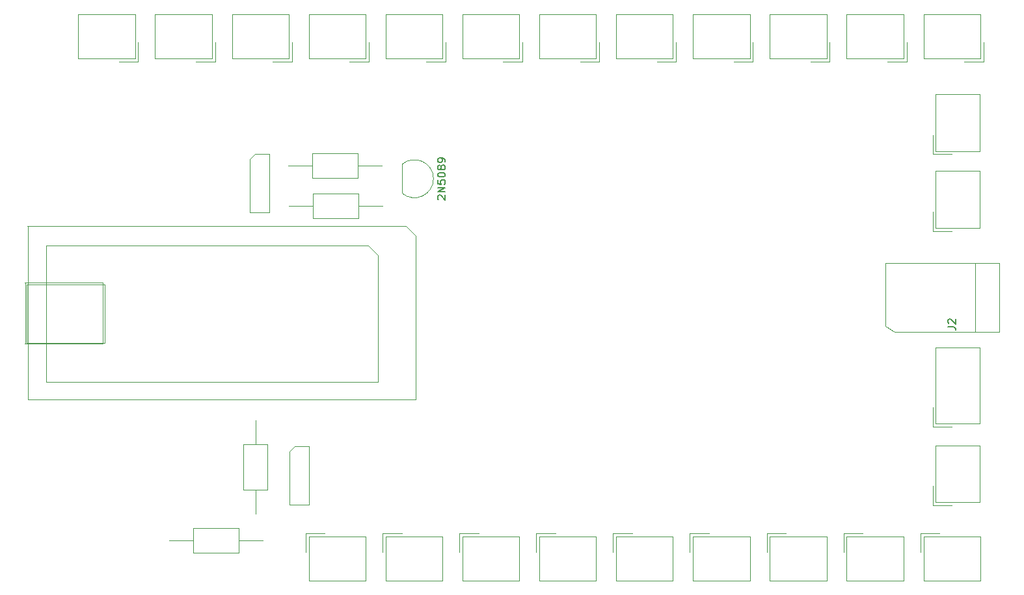
<source format=gbr>
G04 #@! TF.GenerationSoftware,KiCad,Pcbnew,(5.0.0)*
G04 #@! TF.CreationDate,2020-02-26T19:19:20+00:00*
G04 #@! TF.ProjectId,LED Zappelin,4C4544205A617070656C696E2E6B6963,rev?*
G04 #@! TF.SameCoordinates,Original*
G04 #@! TF.FileFunction,Other,Fab,Top*
%FSLAX46Y46*%
G04 Gerber Fmt 4.6, Leading zero omitted, Abs format (unit mm)*
G04 Created by KiCad (PCBNEW (5.0.0)) date 02/26/20 19:19:20*
%MOMM*%
%LPD*%
G01*
G04 APERTURE LIST*
%ADD10C,0.100000*%
%ADD11C,0.150000*%
G04 APERTURE END LIST*
D10*
G04 #@! TO.C,*
X95215000Y-101930000D02*
X97120000Y-101930000D01*
X97120000Y-101930000D02*
X97120000Y-109550000D01*
X97120000Y-109550000D02*
X94580000Y-109550000D01*
X94580000Y-109550000D02*
X94580000Y-102565000D01*
X94580000Y-102565000D02*
X95215000Y-101930000D01*
X94370000Y-65300000D02*
X97490000Y-65300000D01*
X106550000Y-65300000D02*
X103430000Y-65300000D01*
X97490000Y-66900000D02*
X103430000Y-66900000D01*
X97490000Y-63700000D02*
X97490000Y-66900000D01*
X103430000Y-63700000D02*
X97490000Y-63700000D01*
X103430000Y-66900000D02*
X103430000Y-63700000D01*
X94470000Y-70600000D02*
X97590000Y-70600000D01*
X106650000Y-70600000D02*
X103530000Y-70600000D01*
X97590000Y-72200000D02*
X103530000Y-72200000D01*
X97590000Y-69000000D02*
X97590000Y-72200000D01*
X103530000Y-69000000D02*
X97590000Y-69000000D01*
X103530000Y-72200000D02*
X103530000Y-69000000D01*
G04 #@! TO.C,2N5089*
X109197615Y-65147182D02*
G75*
G02X113280000Y-67040000I1602385J-1892818D01*
G01*
X109207453Y-68941103D02*
G75*
G03X113280000Y-67040000I1592547J1901103D01*
G01*
X109200000Y-65150000D02*
X109200000Y-68900000D01*
G04 #@! TO.C,*
X74850000Y-51750000D02*
X74850000Y-49250000D01*
X72350000Y-51750000D02*
X74850000Y-51750000D01*
X67050000Y-51350000D02*
X74450000Y-51350000D01*
X67050000Y-45600000D02*
X67050000Y-51350000D01*
X74450000Y-45600000D02*
X67050000Y-45600000D01*
X74450000Y-51350000D02*
X74450000Y-45600000D01*
X84850000Y-51750000D02*
X84850000Y-49250000D01*
X82350000Y-51750000D02*
X84850000Y-51750000D01*
X77050000Y-51350000D02*
X84450000Y-51350000D01*
X77050000Y-45600000D02*
X77050000Y-51350000D01*
X84450000Y-45600000D02*
X77050000Y-45600000D01*
X84450000Y-51350000D02*
X84450000Y-45600000D01*
X94850000Y-51750000D02*
X94850000Y-49250000D01*
X92350000Y-51750000D02*
X94850000Y-51750000D01*
X87050000Y-51350000D02*
X94450000Y-51350000D01*
X87050000Y-45600000D02*
X87050000Y-51350000D01*
X94450000Y-45600000D02*
X87050000Y-45600000D01*
X94450000Y-51350000D02*
X94450000Y-45600000D01*
X104850000Y-51750000D02*
X104850000Y-49250000D01*
X102350000Y-51750000D02*
X104850000Y-51750000D01*
X97050000Y-51350000D02*
X104450000Y-51350000D01*
X97050000Y-45600000D02*
X97050000Y-51350000D01*
X104450000Y-45600000D02*
X97050000Y-45600000D01*
X104450000Y-51350000D02*
X104450000Y-45600000D01*
X114850000Y-51750000D02*
X114850000Y-49250000D01*
X112350000Y-51750000D02*
X114850000Y-51750000D01*
X107050000Y-51350000D02*
X114450000Y-51350000D01*
X107050000Y-45600000D02*
X107050000Y-51350000D01*
X114450000Y-45600000D02*
X107050000Y-45600000D01*
X114450000Y-51350000D02*
X114450000Y-45600000D01*
X124850000Y-51750000D02*
X124850000Y-49250000D01*
X122350000Y-51750000D02*
X124850000Y-51750000D01*
X117050000Y-51350000D02*
X124450000Y-51350000D01*
X117050000Y-45600000D02*
X117050000Y-51350000D01*
X124450000Y-45600000D02*
X117050000Y-45600000D01*
X124450000Y-51350000D02*
X124450000Y-45600000D01*
X134850000Y-51750000D02*
X134850000Y-49250000D01*
X132350000Y-51750000D02*
X134850000Y-51750000D01*
X127050000Y-51350000D02*
X134450000Y-51350000D01*
X127050000Y-45600000D02*
X127050000Y-51350000D01*
X134450000Y-45600000D02*
X127050000Y-45600000D01*
X134450000Y-51350000D02*
X134450000Y-45600000D01*
X144850000Y-51750000D02*
X144850000Y-49250000D01*
X142350000Y-51750000D02*
X144850000Y-51750000D01*
X137050000Y-51350000D02*
X144450000Y-51350000D01*
X137050000Y-45600000D02*
X137050000Y-51350000D01*
X144450000Y-45600000D02*
X137050000Y-45600000D01*
X144450000Y-51350000D02*
X144450000Y-45600000D01*
X154850000Y-51750000D02*
X154850000Y-49250000D01*
X152350000Y-51750000D02*
X154850000Y-51750000D01*
X147050000Y-51350000D02*
X154450000Y-51350000D01*
X147050000Y-45600000D02*
X147050000Y-51350000D01*
X154450000Y-45600000D02*
X147050000Y-45600000D01*
X154450000Y-51350000D02*
X154450000Y-45600000D01*
X164850000Y-51750000D02*
X164850000Y-49250000D01*
X162350000Y-51750000D02*
X164850000Y-51750000D01*
X157050000Y-51350000D02*
X164450000Y-51350000D01*
X157050000Y-45600000D02*
X157050000Y-51350000D01*
X164450000Y-45600000D02*
X157050000Y-45600000D01*
X164450000Y-51350000D02*
X164450000Y-45600000D01*
X174850000Y-51750000D02*
X174850000Y-49250000D01*
X172350000Y-51750000D02*
X174850000Y-51750000D01*
X167050000Y-51350000D02*
X174450000Y-51350000D01*
X167050000Y-45600000D02*
X167050000Y-51350000D01*
X174450000Y-45600000D02*
X167050000Y-45600000D01*
X174450000Y-51350000D02*
X174450000Y-45600000D01*
X184850000Y-51750000D02*
X184850000Y-49250000D01*
X182350000Y-51750000D02*
X184850000Y-51750000D01*
X177050000Y-51350000D02*
X184450000Y-51350000D01*
X177050000Y-45600000D02*
X177050000Y-51350000D01*
X184450000Y-45600000D02*
X177050000Y-45600000D01*
X184450000Y-51350000D02*
X184450000Y-45600000D01*
X178650000Y-63450000D02*
X184400000Y-63450000D01*
X184400000Y-63450000D02*
X184400000Y-56050000D01*
X184400000Y-56050000D02*
X178650000Y-56050000D01*
X178650000Y-56050000D02*
X178650000Y-63450000D01*
X178250000Y-61350000D02*
X178250000Y-63850000D01*
X178250000Y-63850000D02*
X180750000Y-63850000D01*
X178650000Y-73450000D02*
X184400000Y-73450000D01*
X184400000Y-73450000D02*
X184400000Y-66050000D01*
X184400000Y-66050000D02*
X178650000Y-66050000D01*
X178650000Y-66050000D02*
X178650000Y-73450000D01*
X178250000Y-71350000D02*
X178250000Y-73850000D01*
X178250000Y-73850000D02*
X180750000Y-73850000D01*
X178650000Y-109200000D02*
X184400000Y-109200000D01*
X184400000Y-109200000D02*
X184400000Y-101800000D01*
X184400000Y-101800000D02*
X178650000Y-101800000D01*
X178650000Y-101800000D02*
X178650000Y-109200000D01*
X178250000Y-107100000D02*
X178250000Y-109600000D01*
X178250000Y-109600000D02*
X180750000Y-109600000D01*
X176650000Y-113250000D02*
X176650000Y-115750000D01*
X179150000Y-113250000D02*
X176650000Y-113250000D01*
X184450000Y-113650000D02*
X177050000Y-113650000D01*
X184450000Y-119400000D02*
X184450000Y-113650000D01*
X177050000Y-119400000D02*
X184450000Y-119400000D01*
X177050000Y-113650000D02*
X177050000Y-119400000D01*
X166650000Y-113250000D02*
X166650000Y-115750000D01*
X169150000Y-113250000D02*
X166650000Y-113250000D01*
X174450000Y-113650000D02*
X167050000Y-113650000D01*
X174450000Y-119400000D02*
X174450000Y-113650000D01*
X167050000Y-119400000D02*
X174450000Y-119400000D01*
X167050000Y-113650000D02*
X167050000Y-119400000D01*
X156650000Y-113250000D02*
X156650000Y-115750000D01*
X159150000Y-113250000D02*
X156650000Y-113250000D01*
X164450000Y-113650000D02*
X157050000Y-113650000D01*
X164450000Y-119400000D02*
X164450000Y-113650000D01*
X157050000Y-119400000D02*
X164450000Y-119400000D01*
X157050000Y-113650000D02*
X157050000Y-119400000D01*
X146650000Y-113250000D02*
X146650000Y-115750000D01*
X149150000Y-113250000D02*
X146650000Y-113250000D01*
X154450000Y-113650000D02*
X147050000Y-113650000D01*
X154450000Y-119400000D02*
X154450000Y-113650000D01*
X147050000Y-119400000D02*
X154450000Y-119400000D01*
X147050000Y-113650000D02*
X147050000Y-119400000D01*
X136650000Y-113250000D02*
X136650000Y-115750000D01*
X139150000Y-113250000D02*
X136650000Y-113250000D01*
X144450000Y-113650000D02*
X137050000Y-113650000D01*
X144450000Y-119400000D02*
X144450000Y-113650000D01*
X137050000Y-119400000D02*
X144450000Y-119400000D01*
X137050000Y-113650000D02*
X137050000Y-119400000D01*
X126650000Y-113250000D02*
X126650000Y-115750000D01*
X129150000Y-113250000D02*
X126650000Y-113250000D01*
X134450000Y-113650000D02*
X127050000Y-113650000D01*
X134450000Y-119400000D02*
X134450000Y-113650000D01*
X127050000Y-119400000D02*
X134450000Y-119400000D01*
X127050000Y-113650000D02*
X127050000Y-119400000D01*
X116650000Y-113250000D02*
X116650000Y-115750000D01*
X119150000Y-113250000D02*
X116650000Y-113250000D01*
X124450000Y-113650000D02*
X117050000Y-113650000D01*
X124450000Y-119400000D02*
X124450000Y-113650000D01*
X117050000Y-119400000D02*
X124450000Y-119400000D01*
X117050000Y-113650000D02*
X117050000Y-119400000D01*
X106650000Y-113250000D02*
X106650000Y-115750000D01*
X109150000Y-113250000D02*
X106650000Y-113250000D01*
X114450000Y-113650000D02*
X107050000Y-113650000D01*
X114450000Y-119400000D02*
X114450000Y-113650000D01*
X107050000Y-119400000D02*
X114450000Y-119400000D01*
X107050000Y-113650000D02*
X107050000Y-119400000D01*
X97050000Y-113650000D02*
X97050000Y-119400000D01*
X97050000Y-119400000D02*
X104450000Y-119400000D01*
X104450000Y-119400000D02*
X104450000Y-113650000D01*
X104450000Y-113650000D02*
X97050000Y-113650000D01*
X99150000Y-113250000D02*
X96650000Y-113250000D01*
X96650000Y-113250000D02*
X96650000Y-115750000D01*
X91030000Y-114200000D02*
X87910000Y-114200000D01*
X78850000Y-114200000D02*
X81970000Y-114200000D01*
X87910000Y-112600000D02*
X81970000Y-112600000D01*
X87910000Y-115800000D02*
X87910000Y-112600000D01*
X81970000Y-115800000D02*
X87910000Y-115800000D01*
X81970000Y-112600000D02*
X81970000Y-115800000D01*
X70250000Y-80560000D02*
X70250000Y-88560000D01*
X70250000Y-88555000D02*
X60090000Y-88555000D01*
X60140000Y-88560000D02*
X60140000Y-80540000D01*
X60090000Y-80555000D02*
X70250000Y-80555000D01*
X60500000Y-95820000D02*
X60500000Y-73220000D01*
X60390000Y-73230000D02*
X109700000Y-73230000D01*
X109700000Y-73230000D02*
X110970000Y-74500000D01*
X110970000Y-74500000D02*
X110970000Y-95820000D01*
X110970000Y-95830000D02*
X60500000Y-95840000D01*
G04 #@! TO.C,J2*
X173258213Y-87005425D02*
X172075000Y-86250000D01*
X183775000Y-87000000D02*
X183775000Y-78000000D01*
X186955000Y-87000000D02*
X186955000Y-78000000D01*
X186955000Y-78000000D02*
X172075000Y-78000000D01*
X172075000Y-78000000D02*
X172075000Y-86250000D01*
X173255000Y-87000000D02*
X186955000Y-87000000D01*
G04 #@! TO.C,*
X106060000Y-93510000D02*
X62880000Y-93510000D01*
X106060000Y-77000000D02*
X106060000Y-93510000D01*
X104790000Y-75730000D02*
X106060000Y-77000000D01*
X62880000Y-75730000D02*
X104790000Y-75730000D01*
X62880000Y-93510000D02*
X62880000Y-75730000D01*
X60340000Y-80810000D02*
X70500000Y-80810000D01*
X60340000Y-88430000D02*
X60340000Y-80810000D01*
X70500000Y-88430000D02*
X60340000Y-88430000D01*
X70500000Y-80810000D02*
X70500000Y-88430000D01*
X88500000Y-107580000D02*
X91700000Y-107580000D01*
X91700000Y-107580000D02*
X91700000Y-101640000D01*
X91700000Y-101640000D02*
X88500000Y-101640000D01*
X88500000Y-101640000D02*
X88500000Y-107580000D01*
X90100000Y-110700000D02*
X90100000Y-107580000D01*
X90100000Y-98520000D02*
X90100000Y-101640000D01*
X178650000Y-98950000D02*
X184400000Y-98950000D01*
X184400000Y-98950000D02*
X184400000Y-89050000D01*
X184400000Y-89050000D02*
X178650000Y-89050000D01*
X178650000Y-89050000D02*
X178650000Y-98950000D01*
X178250000Y-96850000D02*
X178250000Y-99350000D01*
X178250000Y-99350000D02*
X180750000Y-99350000D01*
X89380000Y-64465000D02*
X90015000Y-63830000D01*
X89380000Y-71450000D02*
X89380000Y-64465000D01*
X91920000Y-71450000D02*
X89380000Y-71450000D01*
X91920000Y-63830000D02*
X91920000Y-71450000D01*
X90015000Y-63830000D02*
X91920000Y-63830000D01*
G04 #@! TD*
G04 #@! TO.C,*
D11*
G04 #@! TO.C,2N5089*
X113907619Y-69754285D02*
X113860000Y-69706666D01*
X113812380Y-69611428D01*
X113812380Y-69373333D01*
X113860000Y-69278095D01*
X113907619Y-69230476D01*
X114002857Y-69182857D01*
X114098095Y-69182857D01*
X114240952Y-69230476D01*
X114812380Y-69801904D01*
X114812380Y-69182857D01*
X114812380Y-68754285D02*
X113812380Y-68754285D01*
X114812380Y-68182857D01*
X113812380Y-68182857D01*
X113812380Y-67230476D02*
X113812380Y-67706666D01*
X114288571Y-67754285D01*
X114240952Y-67706666D01*
X114193333Y-67611428D01*
X114193333Y-67373333D01*
X114240952Y-67278095D01*
X114288571Y-67230476D01*
X114383809Y-67182857D01*
X114621904Y-67182857D01*
X114717142Y-67230476D01*
X114764761Y-67278095D01*
X114812380Y-67373333D01*
X114812380Y-67611428D01*
X114764761Y-67706666D01*
X114717142Y-67754285D01*
X113812380Y-66563809D02*
X113812380Y-66468571D01*
X113860000Y-66373333D01*
X113907619Y-66325714D01*
X114002857Y-66278095D01*
X114193333Y-66230476D01*
X114431428Y-66230476D01*
X114621904Y-66278095D01*
X114717142Y-66325714D01*
X114764761Y-66373333D01*
X114812380Y-66468571D01*
X114812380Y-66563809D01*
X114764761Y-66659047D01*
X114717142Y-66706666D01*
X114621904Y-66754285D01*
X114431428Y-66801904D01*
X114193333Y-66801904D01*
X114002857Y-66754285D01*
X113907619Y-66706666D01*
X113860000Y-66659047D01*
X113812380Y-66563809D01*
X114240952Y-65659047D02*
X114193333Y-65754285D01*
X114145714Y-65801904D01*
X114050476Y-65849523D01*
X114002857Y-65849523D01*
X113907619Y-65801904D01*
X113860000Y-65754285D01*
X113812380Y-65659047D01*
X113812380Y-65468571D01*
X113860000Y-65373333D01*
X113907619Y-65325714D01*
X114002857Y-65278095D01*
X114050476Y-65278095D01*
X114145714Y-65325714D01*
X114193333Y-65373333D01*
X114240952Y-65468571D01*
X114240952Y-65659047D01*
X114288571Y-65754285D01*
X114336190Y-65801904D01*
X114431428Y-65849523D01*
X114621904Y-65849523D01*
X114717142Y-65801904D01*
X114764761Y-65754285D01*
X114812380Y-65659047D01*
X114812380Y-65468571D01*
X114764761Y-65373333D01*
X114717142Y-65325714D01*
X114621904Y-65278095D01*
X114431428Y-65278095D01*
X114336190Y-65325714D01*
X114288571Y-65373333D01*
X114240952Y-65468571D01*
X114812380Y-64801904D02*
X114812380Y-64611428D01*
X114764761Y-64516190D01*
X114717142Y-64468571D01*
X114574285Y-64373333D01*
X114383809Y-64325714D01*
X114002857Y-64325714D01*
X113907619Y-64373333D01*
X113860000Y-64420952D01*
X113812380Y-64516190D01*
X113812380Y-64706666D01*
X113860000Y-64801904D01*
X113907619Y-64849523D01*
X114002857Y-64897142D01*
X114240952Y-64897142D01*
X114336190Y-64849523D01*
X114383809Y-64801904D01*
X114431428Y-64706666D01*
X114431428Y-64516190D01*
X114383809Y-64420952D01*
X114336190Y-64373333D01*
X114240952Y-64325714D01*
G04 #@! TO.C,*
G04 #@! TO.C,J2*
X180227380Y-86333333D02*
X180941666Y-86333333D01*
X181084523Y-86380952D01*
X181179761Y-86476190D01*
X181227380Y-86619047D01*
X181227380Y-86714285D01*
X180322619Y-85904761D02*
X180275000Y-85857142D01*
X180227380Y-85761904D01*
X180227380Y-85523809D01*
X180275000Y-85428571D01*
X180322619Y-85380952D01*
X180417857Y-85333333D01*
X180513095Y-85333333D01*
X180655952Y-85380952D01*
X181227380Y-85952380D01*
X181227380Y-85333333D01*
G04 #@! TO.C,*
G04 #@! TD*
M02*

</source>
